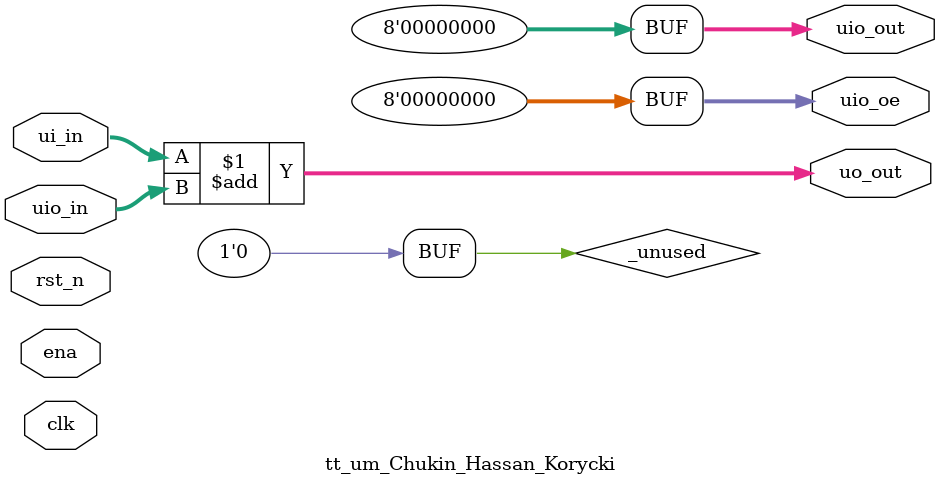
<source format=v>
/*
 * Copyright (c) 2024 Your Name
 * SPDX-License-Identifier: Apache-2.0
 */

`default_nettype none

module tt_um_Chukin_Hassan_Korycki (
    input  wire [7:0] ui_in,    // Dedicated inputs
    output wire [7:0] uo_out,   // Dedicated outputs
    input  wire [7:0] uio_in,   // IOs: Input path
    output wire [7:0] uio_out,  // IOs: Output path
    output wire [7:0] uio_oe,   // IOs: Enable path (active high: 0=input, 1=output)
    input  wire       ena,      // always 1 when the design is powered, so you can ignore it
    input  wire       clk,      // clock
    input  wire       rst_n     // reset_n - low to reset
);

  // All output pins must be assigned. If not used, assign to 0.
  assign uo_out  = ui_in + uio_in;  // Example: ou_out is the sum of ui_in and uio_in
  assign uio_out = 0;
  assign uio_oe  = 0;
  

  // List all unused inputs to prevent warnings
  wire _unused = &{ena, clk, rst_n, 1'b0};

endmodule

</source>
